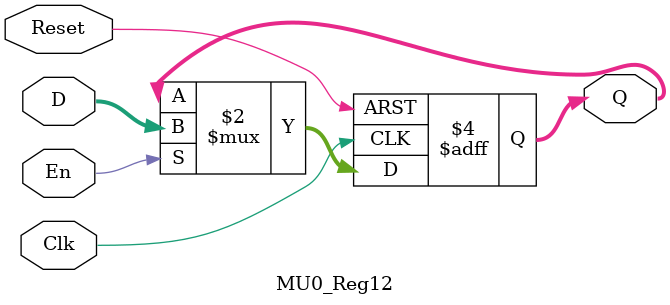
<source format=sv>

`timescale 1ns/100ps
 

// module definition

module MU0_Reg12 (
input  logic          Clk, 
input  logic          Reset,     
input  logic          En, 
input  logic   [11:0] D, 
output logic   [11:0] Q
);

// behavioural code - clock driven
always_ff @ (posedge Clk, posedge Reset)	//Asynchronous Reset
begin
 	if (Reset) Q <= 12'h000;			//If Reset goes high then Q <= 12'b0000_0000_0000
	else if (En) Q <= D;				//If En goes high then Q <= D
end









endmodule 
 

</source>
